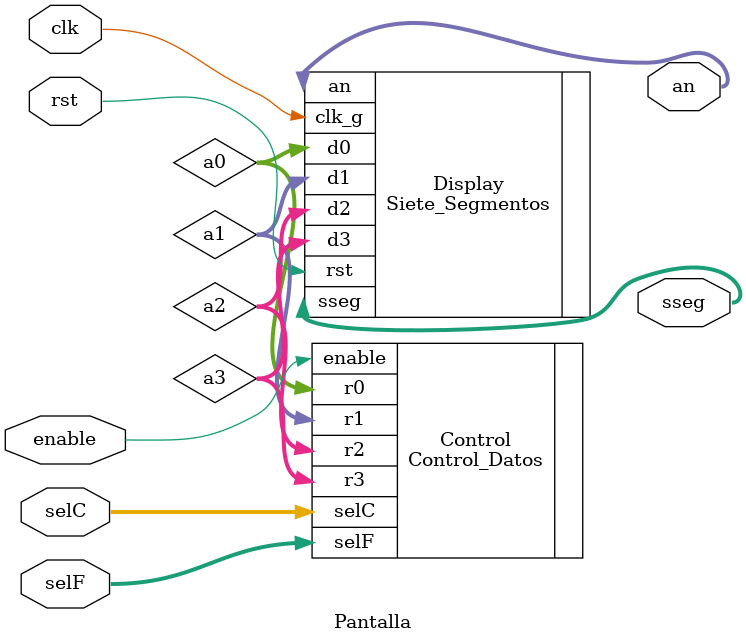
<source format=v>
`timescale 1ns / 1ps

module Pantalla(
	input wire clk,rst,enable,
	input wire [2:0] selC,selF,
	output wire [6:0] sseg,
	output wire [3:0] an
    );

wire [3:0] a0,a1,a2,a3;

Control_Datos Control(
    .selC(selC), 
    .selF(selF), 
    .enable(enable), 
    .r0(a0), 
    .r1(a1), 
    .r2(a2), 
    .r3(a3)
    );

Siete_Segmentos Display (
    .clk_g(clk), 
    .rst(rst), 
    .d0(a0), 
    .d1(a1), 
    .d2(a2), 
    .d3(a3), 
    .sseg(sseg), 
    .an(an)
    );


endmodule

</source>
